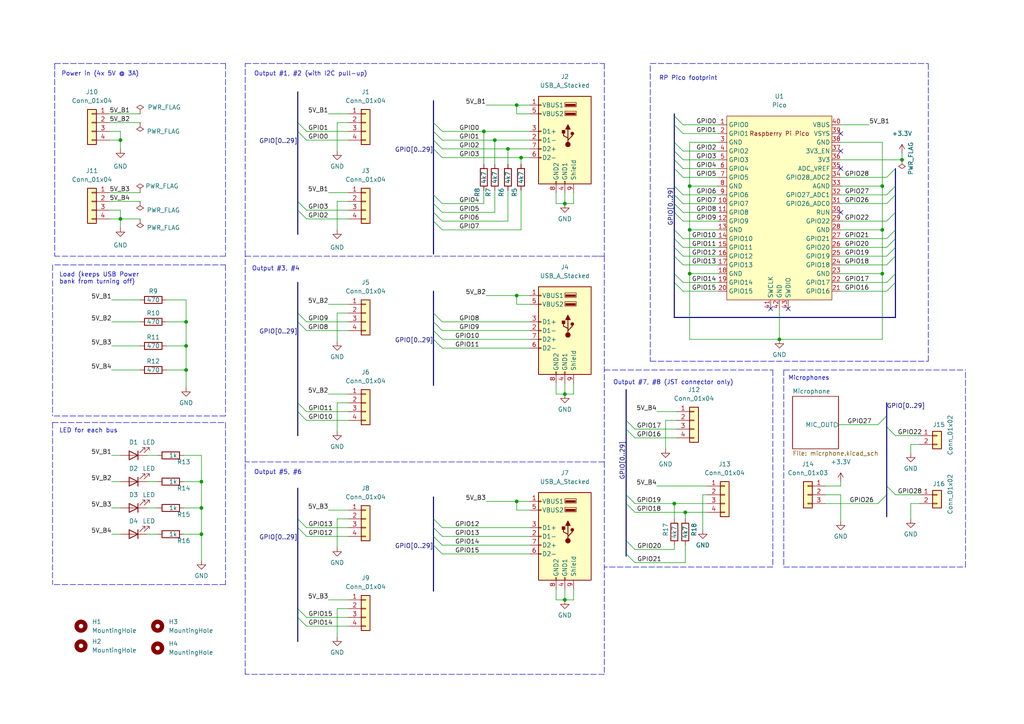
<source format=kicad_sch>
(kicad_sch (version 20211123) (generator eeschema)
  (paper "A4")
  (lib_symbols
    (symbol "Connector:USB_A_Stacked" (pin_names (offset 1.016))
      (property "Reference" "J" (at 0 15.875 0))
      (property "Value" "USB_A_Stacked" (at 0 13.97 0))
      (symbol "USB_A_Stacked_0_1"
        (rectangle (start -7.62 12.7) (end 7.62 -12.7) (stroke (width 0.254)) (fill (type background)))
        (circle (center -2.159 1.905) (radius 0.381) (stroke (width 0.254)) (fill (type outline)))
        (circle (center -0.889 -1.27) (radius 0.635) (stroke (width 0.254)) (fill (type outline)))
        (rectangle (start -0.254 7.366) (end -3.048 7.874) (fill (type outline)))
        (rectangle (start -0.254 9.906) (end -3.048 10.414) (fill (type outline)))
        (rectangle (start -0.127 -12.7) (end 0.127 -11.938))
        (polyline (pts (xy -1.524 3.175) (xy -0.254 3.175) (xy -0.889 4.445) (xy -1.524 3.175)) (stroke (width 0.254)) (fill (type outline)))
        (polyline (pts (xy -0.889 -0.635) (xy -0.889 0) (xy -2.159 1.27) (xy -2.159 1.905)) (stroke (width 0.254)))
        (polyline (pts (xy -0.889 0) (xy -0.889 0.635) (xy 0.381 1.27) (xy 0.381 2.54)) (stroke (width 0.254)))
        (rectangle (start 0 2.794) (end 0.762 2.032) (stroke (width 0.254)) (fill (type outline)))
        (rectangle (start 0 7.112) (end -3.302 8.382))
        (rectangle (start 0 9.652) (end -3.302 10.922))
        (rectangle (start 2.413 -12.7) (end 2.667 -11.938))
        (rectangle (start 7.62 -5.207) (end 6.858 -4.953))
        (rectangle (start 7.62 -2.667) (end 6.858 -2.413))
        (rectangle (start 7.62 -0.127) (end 6.858 0.127))
        (rectangle (start 7.62 2.413) (end 6.858 2.667))
        (rectangle (start 7.62 7.493) (end 6.858 7.747))
        (rectangle (start 7.62 10.033) (end 6.858 10.287))
      )
      (symbol "USB_A_Stacked_1_1"
        (polyline (pts (xy -0.889 0.635) (xy -0.889 3.175)) (stroke (width 0.254)))
        (pin power_in line (at 10.16 10.16 180) (length 2.54) (name "VBUS1") (number "1"))
        (pin bidirectional line (at 10.16 0 180) (length 2.54) (name "D1-") (number "2"))
        (pin bidirectional line (at 10.16 2.54 180) (length 2.54) (name "D1+") (number "3"))
        (pin power_in line (at 0 -15.24 90) (length 2.54) (name "GND1") (number "4"))
        (pin power_in line (at 10.16 7.62 180) (length 2.54) (name "VBUS2") (number "5"))
        (pin bidirectional line (at 10.16 -5.08 180) (length 2.54) (name "D2-") (number "6"))
        (pin bidirectional line (at 10.16 -2.54 180) (length 2.54) (name "D2+") (number "7"))
        (pin power_in line (at 2.54 -15.24 90) (length 2.54) (name "GND2") (number "8"))
        (pin passive line (at -2.54 -15.24 90) (length 2.54) (name "Shield") (number "9"))
      )
    )
    (symbol "Connector_Generic:Conn_01x02" (pin_names (offset 1.016) hide)
      (property "Reference" "J" (at 0 2.54 0))
      (property "Value" "Conn_01x02" (at 0 -5.08 0))
      (symbol "Conn_01x02_1_1"
        (rectangle (start -1.27 -2.413) (end 0 -2.667) (stroke (width 0.1524)))
        (rectangle (start -1.27 0.127) (end 0 -0.127) (stroke (width 0.1524)))
        (rectangle (start -1.27 1.27) (end 1.27 -3.81) (stroke (width 0.254)) (fill (type background)))
        (pin passive line (at -5.08 0 0) (length 3.81) (name "Pin_1") (number "1"))
        (pin passive line (at -5.08 -2.54 0) (length 3.81) (name "Pin_2") (number "2"))
      )
    )
    (symbol "Connector_Generic:Conn_01x03" (pin_names (offset 1.016) hide)
      (property "Reference" "J" (at 0 5.08 0))
      (property "Value" "Conn_01x03" (at 0 -5.08 0))
      (symbol "Conn_01x03_1_1"
        (rectangle (start -1.27 -2.413) (end 0 -2.667) (stroke (width 0.1524)))
        (rectangle (start -1.27 0.127) (end 0 -0.127) (stroke (width 0.1524)))
        (rectangle (start -1.27 2.667) (end 0 2.413) (stroke (width 0.1524)))
        (rectangle (start -1.27 3.81) (end 1.27 -3.81) (stroke (width 0.254)) (fill (type background)))
        (pin passive line (at -5.08 2.54 0) (length 3.81) (name "Pin_1") (number "1"))
        (pin passive line (at -5.08 0 0) (length 3.81) (name "Pin_2") (number "2"))
        (pin passive line (at -5.08 -2.54 0) (length 3.81) (name "Pin_3") (number "3"))
      )
    )
    (symbol "Connector_Generic:Conn_01x04" (pin_names (offset 1.016) hide)
      (property "Reference" "J" (at 0 5.08 0))
      (property "Value" "Conn_01x04" (at 0 -7.62 0))
      (symbol "Conn_01x04_1_1"
        (rectangle (start -1.27 -4.953) (end 0 -5.207) (stroke (width 0.1524)))
        (rectangle (start -1.27 -2.413) (end 0 -2.667) (stroke (width 0.1524)))
        (rectangle (start -1.27 0.127) (end 0 -0.127) (stroke (width 0.1524)))
        (rectangle (start -1.27 2.667) (end 0 2.413) (stroke (width 0.1524)))
        (rectangle (start -1.27 3.81) (end 1.27 -6.35) (stroke (width 0.254)) (fill (type background)))
        (pin passive line (at -5.08 2.54 0) (length 3.81) (name "Pin_1") (number "1"))
        (pin passive line (at -5.08 0 0) (length 3.81) (name "Pin_2") (number "2"))
        (pin passive line (at -5.08 -2.54 0) (length 3.81) (name "Pin_3") (number "3"))
        (pin passive line (at -5.08 -5.08 0) (length 3.81) (name "Pin_4") (number "4"))
      )
    )
    (symbol "Device:LED" (pin_numbers hide) (pin_names (offset 1.016) hide)
      (property "Reference" "D" (at 0 2.54 0))
      (property "Value" "LED" (at 0 -2.54 0))
      (symbol "LED_0_1"
        (polyline (pts (xy -1.27 -1.27) (xy -1.27 1.27)) (stroke (width 0.254)))
        (polyline (pts (xy -1.27 0) (xy 1.27 0)))
        (polyline (pts (xy 1.27 -1.27) (xy 1.27 1.27) (xy -1.27 0) (xy 1.27 -1.27)) (stroke (width 0.254)))
        (polyline (pts (xy -3.048 -0.762) (xy -4.572 -2.286) (xy -3.81 -2.286) (xy -4.572 -2.286) (xy -4.572 -1.524)))
        (polyline (pts (xy -1.778 -0.762) (xy -3.302 -2.286) (xy -2.54 -2.286) (xy -3.302 -2.286) (xy -3.302 -1.524)))
      )
      (symbol "LED_1_1"
        (pin passive line (at -3.81 0 0) (length 2.54) (name "K") (number "1"))
        (pin passive line (at 3.81 0 180) (length 2.54) (name "A") (number "2"))
      )
    )
    (symbol "Device:R" (pin_numbers hide) (pin_names (offset 0))
      (property "Reference" "R" (at 2.032 0 90))
      (property "Value" "R" (at 0 0 90))
      (symbol "R_0_1"
        (rectangle (start -1.016 -2.54) (end 1.016 2.54) (stroke (width 0.254)))
      )
      (symbol "R_1_1"
        (pin passive line (at 0 3.81 270) (length 1.27) (name "~") (number "1"))
        (pin passive line (at 0 -3.81 90) (length 1.27) (name "~") (number "2"))
      )
    )
    (symbol "Mechanical:MountingHole" (pin_names (offset 1.016))
      (property "Reference" "H" (at 0 5.08 0))
      (property "Value" "MountingHole" (at 0 3.175 0))
      (symbol "MountingHole_0_1"
        (circle (center 0 0) (radius 1.27) (stroke (width 1.27)))
      )
    )
    (symbol "Pico_Carrier_PCB:Pico"
      (property "Reference" "U" (at -13.97 27.94 0))
      (property "Value" "Pico" (at 0 19.05 0))
      (symbol "Pico_0_0"
        (text "Raspberry Pi Pico" (at 0 21.59 0) (effects (font (size 1.27 1.27))))
      )
      (symbol "Pico_0_1"
        (rectangle (start -15.24 26.67) (end 15.24 -26.67) (fill (type background)))
      )
      (symbol "Pico_1_1"
        (pin bidirectional line (at -17.78 24.13 0) (length 2.54) (name "GPIO0") (number "1"))
        (pin bidirectional line (at -17.78 1.27 0) (length 2.54) (name "GPIO7") (number "10"))
        (pin bidirectional line (at -17.78 -1.27 0) (length 2.54) (name "GPIO8") (number "11"))
        (pin bidirectional line (at -17.78 -3.81 0) (length 2.54) (name "GPIO9") (number "12"))
        (pin power_in line (at -17.78 -6.35 0) (length 2.54) (name "GND") (number "13"))
        (pin bidirectional line (at -17.78 -8.89 0) (length 2.54) (name "GPIO10") (number "14"))
        (pin bidirectional line (at -17.78 -11.43 0) (length 2.54) (name "GPIO11") (number "15"))
        (pin bidirectional line (at -17.78 -13.97 0) (length 2.54) (name "GPIO12") (number "16"))
        (pin bidirectional line (at -17.78 -16.51 0) (length 2.54) (name "GPIO13") (number "17"))
        (pin power_in line (at -17.78 -19.05 0) (length 2.54) (name "GND") (number "18"))
        (pin bidirectional line (at -17.78 -21.59 0) (length 2.54) (name "GPIO14") (number "19"))
        (pin bidirectional line (at -17.78 21.59 0) (length 2.54) (name "GPIO1") (number "2"))
        (pin bidirectional line (at -17.78 -24.13 0) (length 2.54) (name "GPIO15") (number "20"))
        (pin bidirectional line (at 17.78 -24.13 180) (length 2.54) (name "GPIO16") (number "21"))
        (pin bidirectional line (at 17.78 -21.59 180) (length 2.54) (name "GPIO17") (number "22"))
        (pin power_in line (at 17.78 -19.05 180) (length 2.54) (name "GND") (number "23"))
        (pin bidirectional line (at 17.78 -16.51 180) (length 2.54) (name "GPIO18") (number "24"))
        (pin bidirectional line (at 17.78 -13.97 180) (length 2.54) (name "GPIO19") (number "25"))
        (pin bidirectional line (at 17.78 -11.43 180) (length 2.54) (name "GPIO20") (number "26"))
        (pin bidirectional line (at 17.78 -8.89 180) (length 2.54) (name "GPIO21") (number "27"))
        (pin power_in line (at 17.78 -6.35 180) (length 2.54) (name "GND") (number "28"))
        (pin bidirectional line (at 17.78 -3.81 180) (length 2.54) (name "GPIO22") (number "29"))
        (pin power_in line (at -17.78 19.05 0) (length 2.54) (name "GND") (number "3"))
        (pin input line (at 17.78 -1.27 180) (length 2.54) (name "RUN") (number "30"))
        (pin bidirectional line (at 17.78 1.27 180) (length 2.54) (name "GPIO26_ADC0") (number "31"))
        (pin bidirectional line (at 17.78 3.81 180) (length 2.54) (name "GPIO27_ADC1") (number "32"))
        (pin power_in line (at 17.78 6.35 180) (length 2.54) (name "AGND") (number "33"))
        (pin bidirectional line (at 17.78 8.89 180) (length 2.54) (name "GPIO28_ADC2") (number "34"))
        (pin power_in line (at 17.78 11.43 180) (length 2.54) (name "ADC_VREF") (number "35"))
        (pin power_in line (at 17.78 13.97 180) (length 2.54) (name "3V3") (number "36"))
        (pin input line (at 17.78 16.51 180) (length 2.54) (name "3V3_EN") (number "37"))
        (pin bidirectional line (at 17.78 19.05 180) (length 2.54) (name "GND") (number "38"))
        (pin power_in line (at 17.78 21.59 180) (length 2.54) (name "VSYS") (number "39"))
        (pin bidirectional line (at -17.78 16.51 0) (length 2.54) (name "GPIO2") (number "4"))
        (pin power_in line (at 17.78 24.13 180) (length 2.54) (name "VBUS") (number "40"))
        (pin input line (at -2.54 -29.21 90) (length 2.54) (name "SWCLK") (number "41"))
        (pin power_in line (at 0 -29.21 90) (length 2.54) (name "GND") (number "42"))
        (pin bidirectional line (at 2.54 -29.21 90) (length 2.54) (name "SWDIO") (number "43"))
        (pin bidirectional line (at -17.78 13.97 0) (length 2.54) (name "GPIO3") (number "5"))
        (pin bidirectional line (at -17.78 11.43 0) (length 2.54) (name "GPIO4") (number "6"))
        (pin bidirectional line (at -17.78 8.89 0) (length 2.54) (name "GPIO5") (number "7"))
        (pin power_in line (at -17.78 6.35 0) (length 2.54) (name "GND") (number "8"))
        (pin bidirectional line (at -17.78 3.81 0) (length 2.54) (name "GPIO6") (number "9"))
      )
    )
    (symbol "power:+3.3V" (power) (pin_names (offset 0))
      (property "Value" "+3.3V" (at 0 3.556 0))
      (symbol "+3.3V_0_1"
        (polyline (pts (xy -0.762 1.27) (xy 0 2.54)))
        (polyline (pts (xy 0 0) (xy 0 2.54)))
        (polyline (pts (xy 0 2.54) (xy 0.762 1.27)))
      )
      (symbol "+3.3V_1_1"
        (pin power_in line (at 0 0 90) (length 0) hide (name "+3.3V") (number "1"))
      )
    )
    (symbol "power:GND" (power) (pin_names (offset 0))
      (property "Value" "GND" (at 0 -3.81 0))
      (symbol "GND_0_1"
        (polyline (pts (xy 0 0) (xy 0 -1.27) (xy 1.27 -1.27) (xy 0 -2.54) (xy -1.27 -1.27) (xy 0 -1.27)))
      )
      (symbol "GND_1_1"
        (pin power_in line (at 0 0 270) (length 0) hide (name "GND") (number "1"))
      )
    )
    (symbol "power:PWR_FLAG" (power) (pin_numbers hide) (pin_names (offset 0) hide)
      (property "Value" "PWR_FLAG" (at 0 3.81 0))
      (symbol "PWR_FLAG_0_0"
        (pin power_out line (at 0 0 90) (length 0) (name "pwr") (number "1"))
      )
      (symbol "PWR_FLAG_0_1"
        (polyline (pts (xy 0 0) (xy 0 1.27) (xy -1.016 1.905) (xy 0 2.54) (xy 1.016 1.905) (xy 0 1.27)))
      )
    )
  )
  (junction (at 226.06 98.425))
  (junction (at 34.925 63.5))
  (junction (at 34.925 40.64))
  (junction (at 58.42 147.32))
  (junction (at 58.42 139.7))
  (junction (at 147.32 43.18))
  (junction (at 53.975 100.33))
  (junction (at 163.83 59.055))
  (junction (at 261.62 46.355))
  (junction (at 149.86 145.415))
  (junction (at 140.335 38.1))
  (junction (at 151.13 45.72))
  (junction (at 195.58 146.05))
  (junction (at 163.83 173.99))
  (junction (at 255.905 53.975))
  (junction (at 149.86 30.48))
  (junction (at 58.42 154.94))
  (junction (at 255.905 79.375))
  (junction (at 200.025 79.375))
  (junction (at 149.86 85.725))
  (junction (at 53.975 93.345))
  (junction (at 198.755 148.59))
  (junction (at 163.83 114.3))
  (junction (at 200.025 66.675))
  (junction (at 53.975 107.315))
  (junction (at 255.905 66.675))
  (junction (at 143.51 40.64))
  (junction (at 200.025 53.975))
  (no_connect (at 243.84 43.815))
  (no_connect (at 243.84 38.735))
  (no_connect (at 228.6 89.535))
  (no_connect (at 243.84 61.595))
  (no_connect (at 223.52 89.535))
  (no_connect (at 243.84 48.895))
  (bus_entry (at 125.73 56.515) (size 2.54 2.54))
  (bus_entry (at 125.73 35.56) (size 2.54 2.54))
  (bus_entry (at 125.73 38.1) (size 2.54 2.54))
  (bus_entry (at 181.61 160.655) (size 2.54 2.54))
  (bus_entry (at 259.715 48.895) (size -2.54 2.54))
  (bus_entry (at 259.715 53.975) (size -2.54 2.54))
  (bus_entry (at 257.175 143.51) (size -2.54 2.54))
  (bus_entry (at 181.61 156.845) (size 2.54 2.54))
  (bus_entry (at 125.73 158.115) (size 2.54 2.54))
  (bus_entry (at 195.58 71.755) (size 2.54 2.54))
  (bus_entry (at 88.9 60.96) (size -2.54 -2.54))
  (bus_entry (at 259.715 66.675) (size -2.54 2.54))
  (bus_entry (at 195.58 41.275) (size 2.54 2.54))
  (bus_entry (at 195.58 61.595) (size 2.54 2.54))
  (bus_entry (at 88.9 121.92) (size -2.54 -2.54))
  (bus_entry (at 125.73 95.885) (size 2.54 2.54))
  (bus_entry (at 125.73 150.495) (size 2.54 2.54))
  (bus_entry (at 184.15 124.46) (size -2.54 -2.54))
  (bus_entry (at 195.58 46.355) (size 2.54 2.54))
  (bus_entry (at 195.58 56.515) (size 2.54 2.54))
  (bus_entry (at 125.73 40.64) (size 2.54 2.54))
  (bus_entry (at 125.73 64.135) (size 2.54 2.54))
  (bus_entry (at 88.9 181.61) (size -2.54 -2.54))
  (bus_entry (at 88.9 179.07) (size -2.54 -2.54))
  (bus_entry (at 125.73 153.035) (size 2.54 2.54))
  (bus_entry (at 195.58 48.895) (size 2.54 2.54))
  (bus_entry (at 257.175 120.65) (size -2.54 2.54))
  (bus_entry (at 125.73 59.055) (size 2.54 2.54))
  (bus_entry (at 195.58 79.375) (size 2.54 2.54))
  (bus_entry (at 259.715 71.755) (size -2.54 2.54))
  (bus_entry (at 259.715 69.215) (size -2.54 2.54))
  (bus_entry (at 184.15 146.05) (size -2.54 -2.54))
  (bus_entry (at 259.715 61.595) (size -2.54 2.54))
  (bus_entry (at 88.9 40.64) (size -2.54 -2.54))
  (bus_entry (at 259.715 56.515) (size -2.54 2.54))
  (bus_entry (at 88.9 153.035) (size -2.54 -2.54))
  (bus_entry (at 125.73 155.575) (size 2.54 2.54))
  (bus_entry (at 125.73 90.805) (size 2.54 2.54))
  (bus_entry (at 184.15 148.59) (size -2.54 -2.54))
  (bus_entry (at 88.9 155.575) (size -2.54 -2.54))
  (bus_entry (at 88.9 63.5) (size -2.54 -2.54))
  (bus_entry (at 184.15 127) (size -2.54 -2.54))
  (bus_entry (at 195.58 66.675) (size 2.54 2.54))
  (bus_entry (at 88.9 95.885) (size -2.54 -2.54))
  (bus_entry (at 195.58 43.815) (size 2.54 2.54))
  (bus_entry (at 88.9 119.38) (size -2.54 -2.54))
  (bus_entry (at 125.73 61.595) (size 2.54 2.54))
  (bus_entry (at 259.715 81.915) (size -2.54 2.54))
  (bus_entry (at 195.58 33.655) (size 2.54 2.54))
  (bus_entry (at 88.9 93.345) (size -2.54 -2.54))
  (bus_entry (at 195.58 53.975) (size 2.54 2.54))
  (bus_entry (at 88.9 38.1) (size -2.54 -2.54))
  (bus_entry (at 259.715 74.295) (size -2.54 2.54))
  (bus_entry (at 125.73 43.18) (size 2.54 2.54))
  (bus_entry (at 125.73 98.425) (size 2.54 2.54))
  (bus_entry (at 259.715 79.375) (size -2.54 2.54))
  (bus_entry (at 257.175 123.825) (size 2.54 2.54))
  (bus_entry (at 195.58 59.055) (size 2.54 2.54))
  (bus_entry (at 195.58 81.915) (size 2.54 2.54))
  (bus_entry (at 195.58 74.295) (size 2.54 2.54))
  (bus_entry (at 195.58 36.195) (size 2.54 2.54))
  (bus_entry (at 195.58 69.215) (size 2.54 2.54))
  (bus_entry (at 257.175 140.97) (size 2.54 2.54))
  (bus_entry (at 125.73 93.345) (size 2.54 2.54))
  (wire (pts (xy 243.84 64.135) (xy 257.175 64.135)))
  (wire (pts (xy 184.15 146.05) (xy 195.58 146.05)))
  (wire (pts (xy 31.75 55.88) (xy 40.64 55.88)))
  (wire (pts (xy 161.29 173.99) (xy 161.29 170.815)))
  (wire (pts (xy 97.79 35.56) (xy 97.79 43.815)))
  (wire (pts (xy 100.965 181.61) (xy 88.9 181.61)))
  (wire (pts (xy 261.62 46.355) (xy 261.62 44.45)))
  (wire (pts (xy 198.755 158.115) (xy 198.755 163.195)))
  (polyline (pts (xy 173.355 74.295) (xy 71.12 74.295)))
  (wire (pts (xy 153.67 155.575) (xy 128.27 155.575)))
  (wire (pts (xy 166.37 55.88) (xy 166.37 59.055)))
  (wire (pts (xy 32.385 100.33) (xy 40.64 100.33)))
  (wire (pts (xy 100.965 40.64) (xy 88.9 40.64)))
  (wire (pts (xy 42.545 154.94) (xy 45.72 154.94)))
  (wire (pts (xy 200.025 53.975) (xy 208.28 53.975)))
  (wire (pts (xy 198.755 148.59) (xy 205.105 148.59)))
  (wire (pts (xy 100.965 116.84) (xy 97.79 116.84)))
  (wire (pts (xy 97.79 90.805) (xy 97.79 99.06)))
  (wire (pts (xy 200.025 53.975) (xy 200.025 66.675)))
  (bus (pts (xy 181.61 121.92) (xy 181.61 124.46)))
  (wire (pts (xy 34.925 60.96) (xy 34.925 63.5)))
  (wire (pts (xy 147.32 43.18) (xy 147.32 47.625)))
  (polyline (pts (xy 71.12 74.295) (xy 71.12 18.415)))
  (bus (pts (xy 125.73 64.135) (xy 125.73 73.66)))
  (bus (pts (xy 86.36 26.67) (xy 86.36 35.56)))
  (wire (pts (xy 100.965 55.88) (xy 95.25 55.88)))
  (wire (pts (xy 166.37 173.99) (xy 163.83 173.99)))
  (bus (pts (xy 259.715 48.895) (xy 259.715 53.975)))
  (bus (pts (xy 86.36 116.84) (xy 86.36 119.38)))
  (bus (pts (xy 125.73 150.495) (xy 125.73 153.035)))
  (bus (pts (xy 181.61 146.05) (xy 181.61 156.845)))
  (bus (pts (xy 86.36 90.805) (xy 86.36 93.345)))
  (wire (pts (xy 153.67 100.965) (xy 128.27 100.965)))
  (polyline (pts (xy 175.26 74.295) (xy 175.26 133.985)))
  (bus (pts (xy 257.175 140.97) (xy 257.175 143.51)))
  (polyline (pts (xy 71.12 133.985) (xy 71.12 74.295)))
  (wire (pts (xy 239.395 143.51) (xy 243.84 143.51)))
  (wire (pts (xy 149.86 147.955) (xy 149.86 145.415)))
  (wire (pts (xy 100.965 93.345) (xy 88.9 93.345)))
  (bus (pts (xy 259.715 53.975) (xy 259.715 56.515)))
  (wire (pts (xy 243.84 84.455) (xy 257.175 84.455)))
  (wire (pts (xy 153.67 45.72) (xy 151.13 45.72)))
  (wire (pts (xy 195.58 146.05) (xy 195.58 150.495)))
  (polyline (pts (xy 224.155 107.315) (xy 224.155 164.465)))
  (wire (pts (xy 163.83 114.3) (xy 163.83 111.125)))
  (wire (pts (xy 48.26 93.345) (xy 53.975 93.345)))
  (bus (pts (xy 195.58 59.055) (xy 195.58 61.595)))
  (wire (pts (xy 161.29 114.3) (xy 161.29 111.125)))
  (wire (pts (xy 198.12 56.515) (xy 208.28 56.515)))
  (polyline (pts (xy 175.26 18.415) (xy 175.26 74.295)))
  (bus (pts (xy 195.58 48.895) (xy 195.58 53.975)))
  (wire (pts (xy 243.84 143.51) (xy 243.84 151.13)))
  (wire (pts (xy 163.83 59.055) (xy 163.83 55.88)))
  (polyline (pts (xy 175.26 107.315) (xy 224.155 107.315)))
  (wire (pts (xy 151.13 45.72) (xy 151.13 47.625)))
  (wire (pts (xy 198.12 36.195) (xy 208.28 36.195)))
  (wire (pts (xy 31.75 58.42) (xy 40.64 58.42)))
  (wire (pts (xy 200.025 79.375) (xy 208.28 79.375)))
  (wire (pts (xy 226.06 98.425) (xy 255.905 98.425)))
  (wire (pts (xy 198.12 51.435) (xy 208.28 51.435)))
  (bus (pts (xy 86.36 38.1) (xy 86.36 58.42)))
  (wire (pts (xy 264.16 146.05) (xy 264.16 150.495)))
  (wire (pts (xy 100.965 38.1) (xy 88.9 38.1)))
  (bus (pts (xy 86.36 35.56) (xy 86.36 38.1)))
  (wire (pts (xy 198.12 48.895) (xy 208.28 48.895)))
  (bus (pts (xy 195.58 66.675) (xy 195.58 69.215)))
  (wire (pts (xy 190.5 140.97) (xy 205.105 140.97)))
  (bus (pts (xy 125.73 98.425) (xy 125.73 111.76)))
  (wire (pts (xy 198.12 64.135) (xy 208.28 64.135)))
  (bus (pts (xy 259.715 71.755) (xy 259.715 74.295)))
  (wire (pts (xy 32.385 86.995) (xy 40.64 86.995)))
  (wire (pts (xy 243.84 46.355) (xy 261.62 46.355)))
  (wire (pts (xy 48.26 100.33) (xy 53.975 100.33)))
  (polyline (pts (xy 71.12 195.58) (xy 71.12 133.985)))
  (wire (pts (xy 100.965 150.495) (xy 97.79 150.495)))
  (wire (pts (xy 153.67 43.18) (xy 147.32 43.18)))
  (wire (pts (xy 32.385 147.32) (xy 34.925 147.32)))
  (bus (pts (xy 195.58 33.655) (xy 195.58 36.195)))
  (wire (pts (xy 97.79 116.84) (xy 97.79 125.095)))
  (polyline (pts (xy 65.405 120.65) (xy 15.24 120.65)))
  (wire (pts (xy 208.28 41.275) (xy 200.025 41.275)))
  (wire (pts (xy 100.965 88.265) (xy 95.25 88.265)))
  (wire (pts (xy 196.215 121.92) (xy 193.04 121.92)))
  (wire (pts (xy 32.385 132.08) (xy 34.925 132.08)))
  (wire (pts (xy 200.025 79.375) (xy 200.025 98.425)))
  (wire (pts (xy 243.84 81.915) (xy 257.175 81.915)))
  (wire (pts (xy 42.545 147.32) (xy 45.72 147.32)))
  (wire (pts (xy 100.965 35.56) (xy 97.79 35.56)))
  (wire (pts (xy 143.51 61.595) (xy 143.51 55.245)))
  (polyline (pts (xy 269.24 104.775) (xy 269.24 18.415)))
  (wire (pts (xy 31.75 40.64) (xy 34.925 40.64)))
  (wire (pts (xy 153.67 40.64) (xy 143.51 40.64)))
  (wire (pts (xy 100.965 179.07) (xy 88.9 179.07)))
  (wire (pts (xy 53.34 132.08) (xy 58.42 132.08)))
  (polyline (pts (xy 175.26 195.58) (xy 71.12 195.58)))
  (wire (pts (xy 243.84 66.675) (xy 255.905 66.675)))
  (polyline (pts (xy 65.405 122.555) (xy 65.405 169.545)))
  (wire (pts (xy 53.34 154.94) (xy 58.42 154.94)))
  (polyline (pts (xy 15.24 76.835) (xy 15.24 120.65)))
  (bus (pts (xy 195.58 41.275) (xy 195.58 43.815)))
  (wire (pts (xy 34.925 38.1) (xy 34.925 40.64)))
  (wire (pts (xy 53.975 93.345) (xy 53.975 100.33)))
  (bus (pts (xy 259.715 81.915) (xy 259.715 92.075)))
  (wire (pts (xy 161.29 59.055) (xy 161.29 55.88)))
  (wire (pts (xy 163.83 173.99) (xy 161.29 173.99)))
  (wire (pts (xy 151.13 66.675) (xy 128.27 66.675)))
  (bus (pts (xy 257.175 116.84) (xy 257.175 120.65)))
  (wire (pts (xy 32.385 154.94) (xy 34.925 154.94)))
  (wire (pts (xy 31.75 38.1) (xy 34.925 38.1)))
  (bus (pts (xy 195.58 46.355) (xy 195.58 48.895)))
  (polyline (pts (xy 188.595 18.415) (xy 269.24 18.415)))
  (wire (pts (xy 100.965 173.99) (xy 95.25 173.99)))
  (bus (pts (xy 195.58 56.515) (xy 195.58 59.055)))
  (wire (pts (xy 243.84 76.835) (xy 257.175 76.835)))
  (wire (pts (xy 198.12 43.815) (xy 208.28 43.815)))
  (wire (pts (xy 243.84 140.97) (xy 243.84 139.7)))
  (wire (pts (xy 243.84 71.755) (xy 257.175 71.755)))
  (wire (pts (xy 184.15 159.385) (xy 195.58 159.385)))
  (wire (pts (xy 153.67 95.885) (xy 128.27 95.885)))
  (bus (pts (xy 259.715 69.215) (xy 259.715 71.755)))
  (bus (pts (xy 195.58 71.755) (xy 195.58 74.295)))
  (bus (pts (xy 125.73 93.345) (xy 125.73 95.885)))
  (wire (pts (xy 203.835 143.51) (xy 203.835 153.67)))
  (polyline (pts (xy 175.26 133.985) (xy 175.26 195.58)))
  (wire (pts (xy 58.42 132.08) (xy 58.42 139.7)))
  (wire (pts (xy 34.925 40.64) (xy 34.925 43.18)))
  (wire (pts (xy 153.67 38.1) (xy 140.335 38.1)))
  (wire (pts (xy 153.67 160.655) (xy 128.27 160.655)))
  (polyline (pts (xy 175.26 133.985) (xy 71.12 133.985)))
  (wire (pts (xy 243.84 53.975) (xy 255.905 53.975)))
  (bus (pts (xy 86.36 153.035) (xy 86.36 176.53)))
  (wire (pts (xy 166.37 59.055) (xy 163.83 59.055)))
  (polyline (pts (xy 71.12 18.415) (xy 175.26 18.415)))
  (wire (pts (xy 149.86 30.48) (xy 153.67 30.48)))
  (bus (pts (xy 195.58 81.915) (xy 195.58 92.075)))
  (bus (pts (xy 181.61 113.03) (xy 181.61 121.92)))
  (bus (pts (xy 257.175 120.65) (xy 257.175 123.825)))
  (bus (pts (xy 125.73 153.035) (xy 125.73 155.575)))
  (wire (pts (xy 198.12 84.455) (xy 208.28 84.455)))
  (wire (pts (xy 166.37 114.3) (xy 163.83 114.3)))
  (wire (pts (xy 243.84 59.055) (xy 257.175 59.055)))
  (wire (pts (xy 153.67 88.265) (xy 149.86 88.265)))
  (wire (pts (xy 140.335 59.055) (xy 128.27 59.055)))
  (polyline (pts (xy 15.875 18.415) (xy 65.405 18.415)))
  (wire (pts (xy 243.84 41.275) (xy 255.905 41.275)))
  (wire (pts (xy 149.86 145.415) (xy 153.67 145.415)))
  (bus (pts (xy 86.36 176.53) (xy 86.36 179.07)))
  (wire (pts (xy 255.905 79.375) (xy 255.905 98.425)))
  (wire (pts (xy 100.965 63.5) (xy 88.9 63.5)))
  (wire (pts (xy 198.12 81.915) (xy 208.28 81.915)))
  (wire (pts (xy 198.12 76.835) (xy 208.28 76.835)))
  (polyline (pts (xy 65.405 169.545) (xy 15.24 169.545)))
  (wire (pts (xy 97.79 150.495) (xy 97.79 158.75)))
  (wire (pts (xy 239.395 146.05) (xy 254.635 146.05)))
  (wire (pts (xy 198.12 61.595) (xy 208.28 61.595)))
  (wire (pts (xy 100.965 60.96) (xy 88.9 60.96)))
  (polyline (pts (xy 15.24 122.555) (xy 15.24 169.545)))
  (wire (pts (xy 195.58 159.385) (xy 195.58 158.115)))
  (wire (pts (xy 140.335 38.1) (xy 128.27 38.1)))
  (polyline (pts (xy 188.595 104.775) (xy 269.24 104.775)))
  (bus (pts (xy 259.715 61.595) (xy 259.715 66.675)))
  (bus (pts (xy 195.58 33.02) (xy 195.58 33.655)))
  (bus (pts (xy 181.61 124.46) (xy 181.61 143.51)))
  (wire (pts (xy 166.37 111.125) (xy 166.37 114.3)))
  (wire (pts (xy 163.83 173.99) (xy 163.83 170.815)))
  (wire (pts (xy 200.025 98.425) (xy 226.06 98.425)))
  (wire (pts (xy 149.86 88.265) (xy 149.86 85.725)))
  (polyline (pts (xy 65.405 74.295) (xy 15.875 74.295)))
  (polyline (pts (xy 15.875 76.835) (xy 65.405 76.835)))
  (wire (pts (xy 198.755 148.59) (xy 198.755 150.495)))
  (wire (pts (xy 147.32 43.18) (xy 128.27 43.18)))
  (wire (pts (xy 243.84 36.195) (xy 252.095 36.195)))
  (bus (pts (xy 259.715 66.675) (xy 259.715 69.215)))
  (wire (pts (xy 31.75 35.56) (xy 40.64 35.56)))
  (wire (pts (xy 243.205 123.19) (xy 254.635 123.19)))
  (bus (pts (xy 181.61 156.845) (xy 181.61 160.655)))
  (bus (pts (xy 86.36 150.495) (xy 86.36 153.035)))
  (polyline (pts (xy 227.33 107.315) (xy 280.035 107.315)))
  (wire (pts (xy 32.385 93.345) (xy 40.64 93.345)))
  (wire (pts (xy 42.545 132.08) (xy 45.72 132.08)))
  (wire (pts (xy 243.84 51.435) (xy 257.175 51.435)))
  (wire (pts (xy 100.965 121.92) (xy 88.9 121.92)))
  (wire (pts (xy 48.26 107.315) (xy 53.975 107.315)))
  (bus (pts (xy 181.61 160.655) (xy 181.61 161.29)))
  (wire (pts (xy 193.04 121.92) (xy 193.04 130.175)))
  (wire (pts (xy 97.79 176.53) (xy 97.79 184.785)))
  (polyline (pts (xy 224.155 164.465) (xy 175.26 164.465)))
  (wire (pts (xy 100.965 176.53) (xy 97.79 176.53)))
  (wire (pts (xy 200.025 66.675) (xy 200.025 79.375)))
  (bus (pts (xy 195.58 69.215) (xy 195.58 71.755)))
  (wire (pts (xy 166.37 170.815) (xy 166.37 173.99)))
  (wire (pts (xy 196.215 127) (xy 184.15 127)))
  (bus (pts (xy 125.73 40.64) (xy 125.73 43.18)))
  (wire (pts (xy 163.83 114.3) (xy 161.29 114.3)))
  (wire (pts (xy 58.42 139.7) (xy 58.42 147.32)))
  (wire (pts (xy 255.905 41.275) (xy 255.905 53.975)))
  (wire (pts (xy 53.975 107.315) (xy 53.975 112.395)))
  (wire (pts (xy 100.965 58.42) (xy 97.79 58.42)))
  (wire (pts (xy 243.84 79.375) (xy 255.905 79.375)))
  (bus (pts (xy 125.73 155.575) (xy 125.73 158.115)))
  (bus (pts (xy 125.73 35.56) (xy 125.73 38.1)))
  (bus (pts (xy 125.73 84.455) (xy 125.73 90.805)))
  (wire (pts (xy 259.715 143.51) (xy 266.7 143.51)))
  (polyline (pts (xy 280.035 164.465) (xy 280.035 107.315)))
  (wire (pts (xy 100.965 33.02) (xy 95.25 33.02)))
  (bus (pts (xy 125.73 38.1) (xy 125.73 40.64)))
  (bus (pts (xy 86.36 58.42) (xy 86.36 60.96)))
  (wire (pts (xy 53.975 100.33) (xy 53.975 107.315)))
  (wire (pts (xy 147.32 64.135) (xy 128.27 64.135)))
  (bus (pts (xy 86.36 93.345) (xy 86.36 116.84)))
  (wire (pts (xy 48.26 86.995) (xy 53.975 86.995)))
  (bus (pts (xy 86.36 81.915) (xy 86.36 90.805)))
  (bus (pts (xy 125.73 61.595) (xy 125.73 64.135)))
  (wire (pts (xy 196.215 124.46) (xy 184.15 124.46)))
  (wire (pts (xy 151.13 66.675) (xy 151.13 55.245)))
  (bus (pts (xy 259.715 56.515) (xy 259.715 61.595)))
  (wire (pts (xy 31.75 63.5) (xy 34.925 63.5)))
  (wire (pts (xy 143.51 40.64) (xy 128.27 40.64)))
  (wire (pts (xy 153.67 33.02) (xy 149.86 33.02)))
  (polyline (pts (xy 15.24 122.555) (xy 65.405 122.555)))
  (wire (pts (xy 239.395 140.97) (xy 243.84 140.97)))
  (bus (pts (xy 86.36 119.38) (xy 86.36 126.365)))
  (polyline (pts (xy 65.405 76.835) (xy 65.405 120.65)))
  (bus (pts (xy 86.36 141.605) (xy 86.36 150.495)))
  (wire (pts (xy 153.67 98.425) (xy 128.27 98.425)))
  (wire (pts (xy 153.67 93.345) (xy 128.27 93.345)))
  (wire (pts (xy 153.67 153.035) (xy 128.27 153.035)))
  (wire (pts (xy 243.84 69.215) (xy 257.175 69.215)))
  (wire (pts (xy 100.965 147.955) (xy 95.25 147.955)))
  (bus (pts (xy 125.73 29.21) (xy 125.73 35.56)))
  (wire (pts (xy 163.83 59.055) (xy 161.29 59.055)))
  (wire (pts (xy 140.335 38.1) (xy 140.335 47.625)))
  (polyline (pts (xy 65.405 18.415) (xy 65.405 74.295)))
  (bus (pts (xy 259.715 79.375) (xy 259.715 81.915)))
  (wire (pts (xy 255.905 53.975) (xy 255.905 66.675)))
  (wire (pts (xy 149.86 33.02) (xy 149.86 30.48)))
  (wire (pts (xy 184.15 163.195) (xy 198.755 163.195)))
  (bus (pts (xy 257.175 123.825) (xy 257.175 140.97)))
  (wire (pts (xy 195.58 146.05) (xy 205.105 146.05)))
  (wire (pts (xy 31.75 60.96) (xy 34.925 60.96)))
  (bus (pts (xy 125.73 95.885) (xy 125.73 98.425)))
  (wire (pts (xy 259.715 126.365) (xy 266.7 126.365)))
  (bus (pts (xy 125.73 56.515) (xy 125.73 59.055)))
  (bus (pts (xy 195.58 79.375) (xy 195.58 81.915)))
  (wire (pts (xy 53.34 147.32) (xy 58.42 147.32)))
  (wire (pts (xy 140.335 55.245) (xy 140.335 59.055)))
  (bus (pts (xy 86.36 60.96) (xy 86.36 67.945)))
  (bus (pts (xy 195.58 61.595) (xy 195.58 66.675)))
  (wire (pts (xy 147.32 64.135) (xy 147.32 55.245)))
  (wire (pts (xy 100.965 155.575) (xy 88.9 155.575)))
  (bus (pts (xy 195.58 43.815) (xy 195.58 46.355)))
  (wire (pts (xy 149.86 145.415) (xy 140.97 145.415)))
  (bus (pts (xy 125.73 90.805) (xy 125.73 93.345)))
  (wire (pts (xy 198.12 59.055) (xy 208.28 59.055)))
  (wire (pts (xy 100.965 153.035) (xy 88.9 153.035)))
  (wire (pts (xy 226.06 89.535) (xy 226.06 98.425)))
  (wire (pts (xy 149.86 85.725) (xy 153.67 85.725)))
  (wire (pts (xy 100.965 114.3) (xy 95.25 114.3)))
  (wire (pts (xy 243.84 56.515) (xy 257.175 56.515)))
  (wire (pts (xy 203.835 143.51) (xy 205.105 143.51)))
  (wire (pts (xy 266.7 128.905) (xy 264.16 128.905)))
  (bus (pts (xy 86.36 179.07) (xy 86.36 186.055)))
  (wire (pts (xy 196.215 119.38) (xy 190.5 119.38)))
  (bus (pts (xy 181.61 143.51) (xy 181.61 146.05)))
  (wire (pts (xy 143.51 61.595) (xy 128.27 61.595)))
  (bus (pts (xy 195.58 53.975) (xy 195.58 56.515)))
  (wire (pts (xy 198.12 69.215) (xy 208.28 69.215)))
  (wire (pts (xy 34.925 63.5) (xy 34.925 66.04)))
  (wire (pts (xy 58.42 154.94) (xy 58.42 162.56)))
  (wire (pts (xy 198.12 46.355) (xy 208.28 46.355)))
  (bus (pts (xy 195.58 92.075) (xy 259.715 92.075)))
  (bus (pts (xy 125.73 144.145) (xy 125.73 150.495)))
  (wire (pts (xy 42.545 139.7) (xy 45.72 139.7)))
  (wire (pts (xy 198.12 71.755) (xy 208.28 71.755)))
  (wire (pts (xy 153.67 147.955) (xy 149.86 147.955)))
  (wire (pts (xy 198.12 74.295) (xy 208.28 74.295)))
  (wire (pts (xy 32.385 139.7) (xy 34.925 139.7)))
  (wire (pts (xy 149.86 85.725) (xy 140.97 85.725)))
  (wire (pts (xy 266.7 146.05) (xy 264.16 146.05)))
  (wire (pts (xy 53.975 86.995) (xy 53.975 93.345)))
  (wire (pts (xy 149.86 30.48) (xy 140.97 30.48)))
  (bus (pts (xy 195.58 36.195) (xy 195.58 41.275)))
  (wire (pts (xy 243.84 74.295) (xy 257.175 74.295)))
  (wire (pts (xy 53.34 139.7) (xy 58.42 139.7)))
  (polyline (pts (xy 15.875 18.415) (xy 15.875 74.295)))
  (wire (pts (xy 143.51 40.64) (xy 143.51 47.625)))
  (wire (pts (xy 200.025 41.275) (xy 200.025 53.975)))
  (wire (pts (xy 31.75 33.02) (xy 40.64 33.02)))
  (polyline (pts (xy 175.26 74.295) (xy 173.355 74.295)))
  (wire (pts (xy 100.965 95.885) (xy 88.9 95.885)))
  (wire (pts (xy 97.79 58.42) (xy 97.79 66.675)))
  (wire (pts (xy 100.965 119.38) (xy 88.9 119.38)))
  (bus (pts (xy 125.73 43.18) (xy 125.73 56.515)))
  (bus (pts (xy 195.58 74.295) (xy 195.58 79.375)))
  (wire (pts (xy 151.13 45.72) (xy 128.27 45.72)))
  (wire (pts (xy 264.16 128.905) (xy 264.16 131.445)))
  (polyline (pts (xy 188.595 19.05) (xy 188.595 104.775)))
  (wire (pts (xy 200.025 66.675) (xy 208.28 66.675)))
  (bus (pts (xy 125.73 158.115) (xy 125.73 171.45)))
  (bus (pts (xy 125.73 59.055) (xy 125.73 61.595)))
  (wire (pts (xy 32.385 107.315) (xy 40.64 107.315)))
  (bus (pts (xy 259.715 74.295) (xy 259.715 79.375)))
  (wire (pts (xy 153.67 158.115) (xy 128.27 158.115)))
  (wire (pts (xy 255.905 66.675) (xy 255.905 79.375)))
  (bus (pts (xy 257.175 143.51) (xy 257.175 149.86)))
  (wire (pts (xy 58.42 147.32) (xy 58.42 154.94)))
  (wire (pts (xy 184.15 148.59) (xy 198.755 148.59)))
  (wire (pts (xy 100.965 90.805) (xy 97.79 90.805)))
  (wire (pts (xy 198.12 38.735) (xy 208.28 38.735)))
  (polyline (pts (xy 227.33 164.465) (xy 280.035 164.465)))
  (polyline (pts (xy 227.33 107.315) (xy 227.33 164.465)))
  (wire (pts (xy 34.925 63.5) (xy 40.64 63.5)))
  (text "Output #5, #6" (at 73.66 137.795 0) (effects (font (size 1.27 1.27)) (justify left bottom)))
  (text "Load (keeps USB Power\nbank from turning off)" (at 17.145 82.55 0) (effects (font (size 1.27 1.27)) (justify left bottom)))
  (text "RP Pico footprint\n" (at 191.135 23.495 0) (effects (font (size 1.27 1.27)) (justify left bottom)))
  (text "Microphones" (at 228.6 110.49 0) (effects (font (size 1.27 1.27)) (justify left bottom)))
  (text "LED for each bus\n" (at 17.145 125.73 0) (effects (font (size 1.27 1.27)) (justify left bottom)))
  (text "Output #3, #4" (at 73.025 78.74 0) (effects (font (size 1.27 1.27)) (justify left bottom)))
  (text "Output #1, #2 (with I2C pull-up)\n" (at 73.66 22.225 0) (effects (font (size 1.27 1.27)) (justify left bottom)))
  (text "Output #7, #8 (JST connector only)\n" (at 177.8 111.76 0) (effects (font (size 1.27 1.27)) (justify left bottom)))
  (text "Power in (4x 5V @ 3A)\n" (at 17.78 22.225 0) (effects (font (size 1.27 1.27)) (justify left bottom)))
  (label "GPIO[0..29]" (at 86.36 41.91 180))
  (label "GPIO21" (at 252.095 69.215 180))
  (label "GPIO8" (at 139.065 93.345 180))
  (label "GPIO[0..29]" (at 125.73 159.385 180))
  (label "GPIO26" (at 252.095 59.055 180))
  (label "GPIO14" (at 96.52 181.61 180))
  (label "GPIO15" (at 139.065 160.655 180))
  (label "GPIO[0..29]" (at 125.73 99.695 180))
  (label "5V_B1" (at 31.75 33.02 0))
  (label "GPIO19" (at 252.095 74.295 180))
  (label "GPIO3" (at 201.93 46.355 0))
  (label "5V_B1" (at 32.385 132.08 180))
  (label "GPIO2" (at 95.25 63.5 180))
  (label "5V_B2" (at 95.25 88.265 180))
  (label "GPIO4" (at 201.93 48.895 0))
  (label "GPIO1" (at 139.065 40.64 180))
  (label "GPIO22" (at 260.35 126.365 0))
  (label "5V_B3" (at 95.25 147.955 180))
  (label "GPIO15" (at 96.52 179.07 180))
  (label "GPIO21" (at 184.785 163.195 0))
  (label "GPIO0" (at 95.25 40.64 180))
  (label "GPIO20" (at 252.095 71.755 180))
  (label "GPIO8" (at 95.25 95.885 180))
  (label "GPIO13" (at 200.66 76.835 0))
  (label "5V_B2" (at 95.25 114.3 180))
  (label "GPIO16" (at 191.77 127 180))
  (label "GPIO10" (at 200.66 69.215 0))
  (label "GPIO[0..29]" (at 181.61 139.065 90))
  (label "GPIO10" (at 139.065 98.425 180))
  (label "GPIO[0..29]" (at 86.36 156.845 180))
  (label "GPIO14" (at 139.065 158.115 180))
  (label "GPIO[0..29]" (at 86.36 97.155 180))
  (label "GPIO12" (at 96.52 155.575 180))
  (label "GPIO[0..29]" (at 257.175 118.745 0))
  (label "GPIO6" (at 139.065 64.135 180))
  (label "5V_B3" (at 140.97 145.415 180))
  (label "GPIO3" (at 95.25 60.96 180))
  (label "5V_B1" (at 252.095 36.195 0))
  (label "5V_B1" (at 140.97 30.48 180))
  (label "GPIO17" (at 191.77 124.46 180))
  (label "GPIO0" (at 139.065 38.1 180))
  (label "GPIO5" (at 201.93 51.435 0))
  (label "GPIO2" (at 139.065 43.18 180))
  (label "GPIO28" (at 252.095 51.435 180))
  (label "GPIO12" (at 200.66 74.295 0))
  (label "GPIO12" (at 139.065 153.035 180))
  (label "GPIO4" (at 139.065 59.055 180))
  (label "GPIO7" (at 201.93 59.055 0))
  (label "GPIO26" (at 246.38 146.05 0))
  (label "5V_B4" (at 31.75 58.42 0))
  (label "5V_B3" (at 95.25 173.99 180))
  (label "GPIO18" (at 191.77 148.59 180))
  (label "GPIO13" (at 139.065 155.575 180))
  (label "GPIO6" (at 201.93 56.515 0))
  (label "GPIO2" (at 201.93 43.815 0))
  (label "5V_B1" (at 32.385 86.995 180))
  (label "GPIO10" (at 96.52 121.92 180))
  (label "5V_B4" (at 32.385 107.315 180))
  (label "GPIO27" (at 245.745 123.19 0))
  (label "5V_B3" (at 31.75 55.88 0))
  (label "GPIO5" (at 139.065 61.595 180))
  (label "GPIO19" (at 191.77 146.05 180))
  (label "GPIO8" (at 201.93 61.595 0))
  (label "GPIO1" (at 95.25 38.1 180))
  (label "GPIO14" (at 200.66 81.915 0))
  (label "GPIO9" (at 95.25 93.345 180))
  (label "GPIO17" (at 252.095 81.915 180))
  (label "5V_B4" (at 190.5 140.97 180))
  (label "5V_B2" (at 32.385 139.7 180))
  (label "GPIO11" (at 139.065 100.965 180))
  (label "GPIO20" (at 184.785 159.385 0))
  (label "5V_B3" (at 32.385 147.32 180))
  (label "GPIO28" (at 260.35 143.51 0))
  (label "GPIO18" (at 252.095 76.835 180))
  (label "GPIO22" (at 252.095 64.135 180))
  (label "GPIO[0..29]" (at 195.58 65.405 90))
  (label "5V_B2" (at 140.97 85.725 180))
  (label "GPIO7" (at 139.065 66.675 180))
  (label "GPIO9" (at 139.065 95.885 180))
  (label "5V_B1" (at 95.25 33.02 180))
  (label "GPIO16" (at 252.095 84.455 180))
  (label "GPIO0" (at 201.93 36.195 0))
  (label "GPIO13" (at 96.52 153.035 180))
  (label "5V_B2" (at 31.75 35.56 0))
  (label "5V_B3" (at 32.385 100.33 180))
  (label "GPIO[0..29]" (at 125.73 44.45 180))
  (label "GPIO11" (at 200.66 71.755 0))
  (label "GPIO9" (at 201.93 64.135 0))
  (label "5V_B4" (at 190.5 119.38 180))
  (label "GPIO11" (at 96.52 119.38 180))
  (label "GPIO3" (at 139.065 45.72 180))
  (label "GPIO1" (at 201.93 38.735 0))
  (label "5V_B4" (at 32.385 154.94 180))
  (label "5V_B1" (at 95.25 55.88 180))
  (label "5V_B2" (at 32.385 93.345 180))
  (label "GPIO27" (at 252.095 56.515 180))
  (label "GPIO15" (at 200.66 84.455 0))
  (symbol (lib_id "power:PWR_FLAG") (at 40.64 33.02 0) (unit 1)
    (property "Reference" "#FLG0105" (effects hide))
    (property "Value" "PWR_FLAG" (at 47.625 31.115 0))
  )
  (symbol (lib_id "Connector_Generic:Conn_01x04") (at 210.185 143.51 0) (unit 1)
    (property "Reference" "J13" (at 210.185 134.62 0))
    (property "Value" "Conn_01x04" (at 210.185 137.16 0))
    (property "Footprint" "Connector_JST:JST_PH_B4B-PH-K_1x04_P2.00mm_Vertical" (effects hide))
  )
  (symbol (lib_id "Connector_Generic:Conn_01x04") (at 106.045 116.84 0) (unit 1)
    (property "Reference" "J6" (at 106.045 107.95 0))
    (property "Value" "Conn_01x04" (at 106.045 110.49 0))
    (property "Footprint" "Connector_JST:JST_PH_B4B-PH-K_1x04_P2.00mm_Vertical" (effects hide))
  )
  (symbol (lib_id "power:GND") (at 53.975 112.395 0) (mirror y) (unit 1)
    (property "Reference" "#PWR0119" (effects hide))
    (property "Value" "GND" (at 53.975 116.84 0))
  )
  (symbol (lib_id "Connector:USB_A_Stacked") (at 163.83 40.64 0) (mirror y) (unit 1)
    (property "Reference" "J2" (at 163.83 22.225 0))
    (property "Value" "USB_A_Stacked" (at 163.83 24.765 0))
    (property "Footprint" "Connector_USB:USB_A_Wuerth_61400826021_Horizontal_Stacked" (effects hide))
    (property "Datasheet" " ~" (effects hide))
  )
  (symbol (lib_id "power:+3.3V") (at 261.62 44.45 0) (unit 1)
    (property "Reference" "#PWR0102" (effects hide))
    (property "Value" "+3.3V" (at 261.62 38.735 0))
  )
  (symbol (lib_id "Connector_Generic:Conn_01x02") (at 271.78 126.365 0) (unit 1)
    (property "Reference" "J15" (at 270.51 123.19 0) (effects (justify left)))
    (property "Value" "Conn_01x02" (at 275.59 132.08 90) (effects (justify left)))
    (property "Footprint" "Connector_JST:JST_PH_B2B-PH-K_1x02_P2.00mm_Vertical" (effects hide))
  )
  (symbol (lib_id "power:GND") (at 264.16 131.445 0) (unit 1)
    (property "Reference" "#PWR0121" (effects hide))
    (property "Value" "GND" (at 264.16 135.89 0))
  )
  (symbol (lib_id "Device:R") (at 44.45 107.315 90) (unit 1)
    (property "Reference" "R12" (at 44.45 104.775 90))
    (property "Value" "470" (at 44.45 107.315 90))
    (property "Footprint" "Resistor_THT:R_Axial_DIN0207_L6.3mm_D2.5mm_P10.16mm_Horizontal" (effects hide))
  )
  (symbol (lib_id "power:GND") (at 264.16 150.495 0) (unit 1)
    (property "Reference" "#PWR0108" (effects hide))
    (property "Value" "GND" (at 264.16 154.94 0))
  )
  (symbol (lib_id "power:PWR_FLAG") (at 40.64 55.88 0) (unit 1)
    (property "Reference" "#FLG0101" (effects hide))
    (property "Value" "PWR_FLAG" (at 46.99 53.975 0))
  )
  (symbol (lib_id "Connector_Generic:Conn_01x03") (at 234.315 143.51 0) (mirror y) (unit 1)
    (property "Reference" "J14" (at 234.315 134.62 0))
    (property "Value" "Conn_01x03" (at 234.315 137.16 0))
    (property "Footprint" "Connector_JST:JST_PH_B3B-PH-K_1x03_P2.00mm_Vertical" (effects hide))
  )
  (symbol (lib_id "power:GND") (at 163.83 114.3 0) (mirror y) (unit 1)
    (property "Reference" "#PWR0103" (effects hide))
    (property "Value" "GND" (at 163.83 118.745 0))
  )
  (symbol (lib_id "power:PWR_FLAG") (at 40.64 63.5 180) (unit 1)
    (property "Reference" "#FLG0103" (effects hide))
    (property "Value" "PWR_FLAG" (at 42.545 66.04 0) (effects (justify right)))
  )
  (symbol (lib_id "Device:R") (at 140.335 51.435 0) (mirror y) (unit 1)
    (property "Reference" "R8" (at 138.43 57.15 90) (effects (justify left)))
    (property "Value" "4k7" (at 140.335 53.34 90) (effects (justify left)))
    (property "Footprint" "Resistor_SMD:R_0805_2012Metric_Pad1.20x1.40mm_HandSolder" (effects hide))
  )
  (symbol (lib_id "Device:R") (at 151.13 51.435 0) (mirror y) (unit 1)
    (property "Reference" "R5" (at 149.225 57.15 90) (effects (justify left)))
    (property "Value" "4k7" (at 151.13 53.34 90) (effects (justify left)))
    (property "Footprint" "Resistor_SMD:R_0805_2012Metric_Pad1.20x1.40mm_HandSolder" (effects hide))
  )
  (symbol (lib_id "power:+3.3V") (at 243.84 139.7 0) (unit 1)
    (property "Reference" "#PWR04" (effects hide))
    (property "Value" "+3.3V" (at 243.84 133.985 0))
  )
  (symbol (lib_id "power:GND") (at 163.83 59.055 0) (mirror y) (unit 1)
    (property "Reference" "#PWR0101" (effects hide))
    (property "Value" "GND" (at 163.83 63.5 0))
  )
  (symbol (lib_id "Device:R") (at 198.755 154.305 0) (mirror y) (unit 1)
    (property "Reference" "R18" (at 201.295 155.575 90) (effects (justify left)))
    (property "Value" "4k7" (at 198.755 156.21 90) (effects (justify left)))
    (property "Footprint" "Resistor_SMD:R_0805_2012Metric_Pad1.20x1.40mm_HandSolder" (effects hide))
  )
  (symbol (lib_id "Device:R") (at 195.58 154.305 0) (mirror y) (unit 1)
    (property "Reference" "R17" (at 193.04 155.575 90) (effects (justify left)))
    (property "Value" "4k7" (at 195.58 156.21 90) (effects (justify left)))
    (property "Footprint" "Resistor_SMD:R_0805_2012Metric_Pad1.20x1.40mm_HandSolder" (effects hide))
  )
  (symbol (lib_id "Connector:USB_A_Stacked") (at 163.83 95.885 0) (mirror y) (unit 1)
    (property "Reference" "J4" (at 163.83 77.47 0))
    (property "Value" "USB_A_Stacked" (at 163.83 80.01 0))
    (property "Footprint" "Connector_USB:USB_A_Wuerth_61400826021_Horizontal_Stacked" (effects hide))
    (property "Datasheet" " ~" (effects hide))
  )
  (symbol (lib_id "Pico_Carrier_PCB:Pico") (at 226.06 60.325 0) (unit 1)
    (property "Reference" "U1" (at 226.06 27.94 0))
    (property "Value" "Pico" (at 226.06 30.48 0))
    (property "Footprint" "RP_Pico_devboard:RPi_Pico_SMD_TH" (effects hide))
  )
  (symbol (lib_id "Device:R") (at 49.53 154.94 90) (mirror x) (unit 1)
    (property "Reference" "R16" (at 55.245 156.845 90) (effects (justify left)))
    (property "Value" "1k" (at 51.435 154.94 90) (effects (justify left)))
    (property "Footprint" "Resistor_SMD:R_0805_2012Metric_Pad1.20x1.40mm_HandSolder" (effects hide))
  )
  (symbol (lib_id "Mechanical:MountingHole") (at 23.495 187.325 0) (unit 1)
    (property "Reference" "H2" (at 26.67 186.0549 0) (effects (justify left)))
    (property "Value" "MountingHole" (at 26.67 188.5949 0) (effects (justify left)))
    (property "Footprint" "MountingHole:MountingHole_2.5mm" (effects hide))
  )
  (symbol (lib_id "Connector_Generic:Conn_01x04") (at 106.045 58.42 0) (unit 1)
    (property "Reference" "J3" (at 106.045 49.53 0))
    (property "Value" "Conn_01x04" (at 106.045 52.07 0))
    (property "Footprint" "Connector_JST:JST_PH_B4B-PH-K_1x04_P2.00mm_Vertical" (effects hide))
  )
  (symbol (lib_id "Device:LED") (at 38.735 147.32 180) (unit 1)
    (property "Reference" "D3" (at 38.735 143.51 0))
    (property "Value" "LED" (at 43.18 143.51 0))
    (property "Footprint" "LED_SMD:LED_0805_2012Metric_Pad1.15x1.40mm_HandSolder" (effects hide))
  )
  (symbol (lib_id "Connector_Generic:Conn_01x04") (at 106.045 150.495 0) (unit 1)
    (property "Reference" "J8" (at 106.045 141.605 0))
    (property "Value" "Conn_01x04" (at 106.045 144.145 0))
    (property "Footprint" "Connector_JST:JST_PH_B4B-PH-K_1x04_P2.00mm_Vertical" (effects hide))
  )
  (symbol (lib_id "power:GND") (at 97.79 66.675 0) (mirror y) (unit 1)
    (property "Reference" "#PWR0110" (effects hide))
    (property "Value" "GND" (at 97.79 71.755 0))
  )
  (symbol (lib_id "power:GND") (at 97.79 125.095 0) (mirror y) (unit 1)
    (property "Reference" "#PWR0104" (effects hide))
    (property "Value" "GND" (at 97.79 129.54 0))
  )
  (symbol (lib_id "Mechanical:MountingHole") (at 45.72 187.96 0) (unit 1)
    (property "Reference" "H4" (at 48.895 186.6899 0) (effects (justify left)))
    (property "Value" "MountingHole" (at 48.895 189.2299 0) (effects (justify left)))
    (property "Footprint" "MountingHole:MountingHole_2.5mm" (effects hide))
  )
  (symbol (lib_id "power:GND") (at 34.925 43.18 0) (mirror y) (unit 1)
    (property "Reference" "#PWR0117" (effects hide))
    (property "Value" "GND" (at 34.925 48.26 0))
  )
  (symbol (lib_id "Connector_Generic:Conn_01x04") (at 26.67 35.56 0) (mirror y) (unit 1)
    (property "Reference" "J10" (at 26.67 26.67 0))
    (property "Value" "Conn_01x04" (at 26.67 29.21 0))
    (property "Footprint" "Connector_JST:JST_XH_S4B-XH-A_1x04_P2.50mm_Horizontal" (effects hide))
  )
  (symbol (lib_id "Device:R") (at 44.45 100.33 90) (unit 1)
    (property "Reference" "R11" (at 44.45 97.79 90))
    (property "Value" "470" (at 44.45 100.33 90))
    (property "Footprint" "Resistor_THT:R_Axial_DIN0207_L6.3mm_D2.5mm_P10.16mm_Horizontal" (effects hide))
  )
  (symbol (lib_id "Device:R") (at 49.53 147.32 90) (mirror x) (unit 1)
    (property "Reference" "R15" (at 55.245 149.225 90) (effects (justify left)))
    (property "Value" "1k" (at 51.435 147.32 90) (effects (justify left)))
    (property "Footprint" "Resistor_SMD:R_0805_2012Metric_Pad1.20x1.40mm_HandSolder" (effects hide))
  )
  (symbol (lib_id "power:GND") (at 163.83 173.99 0) (mirror y) (unit 1)
    (property "Reference" "#PWR0116" (effects hide))
    (property "Value" "GND" (at 163.83 178.435 0))
  )
  (symbol (lib_id "Connector_Generic:Conn_01x04") (at 106.045 176.53 0) (unit 1)
    (property "Reference" "J9" (at 106.045 167.64 0))
    (property "Value" "Conn_01x04" (at 106.045 170.18 0))
    (property "Footprint" "Connector_JST:JST_PH_B4B-PH-K_1x04_P2.00mm_Vertical" (effects hide))
  )
  (symbol (lib_id "power:GND") (at 97.79 99.06 0) (mirror y) (unit 1)
    (property "Reference" "#PWR0105" (effects hide))
    (property "Value" "GND" (at 97.79 103.505 0))
  )
  (symbol (lib_id "Connector_Generic:Conn_01x04") (at 106.045 90.805 0) (unit 1)
    (property "Reference" "J5" (at 106.045 81.915 0))
    (property "Value" "Conn_01x04" (at 106.045 84.455 0))
    (property "Footprint" "Connector_JST:JST_PH_B4B-PH-K_1x04_P2.00mm_Vertical" (effects hide))
  )
  (symbol (lib_id "power:PWR_FLAG") (at 261.62 46.355 180) (unit 1)
    (property "Reference" "#FLG0106" (effects hide))
    (property "Value" "PWR_FLAG" (at 264.16 50.8 90) (effects (justify right)))
  )
  (symbol (lib_id "Device:R") (at 143.51 51.435 0) (mirror y) (unit 1)
    (property "Reference" "R7" (at 141.605 57.15 90) (effects (justify left)))
    (property "Value" "4k7" (at 143.51 53.34 90) (effects (justify left)))
    (property "Footprint" "Resistor_SMD:R_0805_2012Metric_Pad1.20x1.40mm_HandSolder" (effects hide))
  )
  (symbol (lib_id "power:GND") (at 97.79 184.785 0) (mirror y) (unit 1)
    (property "Reference" "#PWR0115" (effects hide))
    (property "Value" "GND" (at 97.79 189.23 0))
  )
  (symbol (lib_id "power:PWR_FLAG") (at 40.64 58.42 180) (unit 1)
    (property "Reference" "#FLG0102" (effects hide))
    (property "Value" "PWR_FLAG" (at 42.545 60.96 0) (effects (justify right)))
  )
  (symbol (lib_id "Connector_Generic:Conn_01x04") (at 26.67 58.42 0) (mirror y) (unit 1)
    (property "Reference" "J11" (at 26.67 49.53 0))
    (property "Value" "Conn_01x04" (at 26.67 52.07 0))
    (property "Footprint" "Connector_JST:JST_XH_S4B-XH-A_1x04_P2.50mm_Horizontal" (effects hide))
  )
  (symbol (lib_id "Device:R") (at 49.53 139.7 90) (mirror x) (unit 1)
    (property "Reference" "R14" (at 55.245 141.605 90) (effects (justify left)))
    (property "Value" "1k" (at 51.435 139.7 90) (effects (justify left)))
    (property "Footprint" "Resistor_SMD:R_0805_2012Metric_Pad1.20x1.40mm_HandSolder" (effects hide))
  )
  (symbol (lib_id "Connector_Generic:Conn_01x04") (at 201.295 121.92 0) (unit 1)
    (property "Reference" "J12" (at 201.295 113.03 0))
    (property "Value" "Conn_01x04" (at 201.295 115.57 0))
    (property "Footprint" "Connector_JST:JST_PH_B4B-PH-K_1x04_P2.00mm_Vertical" (effects hide))
  )
  (symbol (lib_id "Mechanical:MountingHole") (at 45.72 181.61 0) (unit 1)
    (property "Reference" "H3" (at 48.895 180.3399 0) (effects (justify left)))
    (property "Value" "MountingHole" (at 48.895 182.8799 0) (effects (justify left)))
    (property "Footprint" "MountingHole:MountingHole_2.5mm" (effects hide))
  )
  (symbol (lib_id "Device:R") (at 44.45 86.995 90) (unit 1)
    (property "Reference" "R9" (at 44.45 84.455 90))
    (property "Value" "470" (at 44.45 86.995 90))
    (property "Footprint" "Resistor_THT:R_Axial_DIN0207_L6.3mm_D2.5mm_P10.16mm_Horizontal" (effects hide))
  )
  (symbol (lib_id "power:GND") (at 243.84 151.13 0) (unit 1)
    (property "Reference" "#PWR05" (effects hide))
    (property "Value" "GND" (at 243.84 155.575 0))
  )
  (symbol (lib_id "Connector_Generic:Conn_01x02") (at 271.78 143.51 0) (unit 1)
    (property "Reference" "J16" (at 270.51 140.335 0) (effects (justify left)))
    (property "Value" "Conn_01x02" (at 275.59 149.225 90) (effects (justify left)))
    (property "Footprint" "Connector_JST:JST_PH_B2B-PH-K_1x02_P2.00mm_Vertical" (effects hide))
  )
  (symbol (lib_id "Mechanical:MountingHole") (at 23.495 181.61 0) (unit 1)
    (property "Reference" "H1" (at 26.67 180.3399 0) (effects (justify left)))
    (property "Value" "MountingHole" (at 26.67 182.8799 0) (effects (justify left)))
    (property "Footprint" "MountingHole:MountingHole_2.5mm" (effects hide))
  )
  (symbol (lib_id "power:GND") (at 97.79 158.75 0) (mirror y) (unit 1)
    (property "Reference" "#PWR0114" (effects hide))
    (property "Value" "GND" (at 97.79 163.195 0))
  )
  (symbol (lib_id "power:GND") (at 203.835 153.67 0) (mirror y) (unit 1)
    (property "Reference" "#PWR03" (effects hide))
    (property "Value" "GND" (at 203.835 158.115 0))
  )
  (symbol (lib_id "power:GND") (at 97.79 43.815 0) (mirror y) (unit 1)
    (property "Reference" "#PWR0109" (effects hide))
    (property "Value" "GND" (at 97.79 48.26 0))
  )
  (symbol (lib_id "Device:LED") (at 38.735 139.7 180) (unit 1)
    (property "Reference" "D2" (at 38.735 135.89 0))
    (property "Value" "LED" (at 43.18 135.89 0))
    (property "Footprint" "LED_SMD:LED_0805_2012Metric_Pad1.15x1.40mm_HandSolder" (effects hide))
  )
  (symbol (lib_id "Device:R") (at 49.53 132.08 90) (mirror x) (unit 1)
    (property "Reference" "R13" (at 55.245 133.985 90) (effects (justify left)))
    (property "Value" "1k" (at 51.435 132.08 90) (effects (justify left)))
    (property "Footprint" "Resistor_SMD:R_0805_2012Metric_Pad1.20x1.40mm_HandSolder" (effects hide))
  )
  (symbol (lib_id "power:GND") (at 58.42 162.56 0) (mirror y) (unit 1)
    (property "Reference" "#PWR0120" (effects hide))
    (property "Value" "GND" (at 58.42 167.005 0))
  )
  (symbol (lib_id "Connector:USB_A_Stacked") (at 163.83 155.575 0) (mirror y) (unit 1)
    (property "Reference" "J7" (at 163.83 137.16 0))
    (property "Value" "USB_A_Stacked" (at 163.83 139.7 0))
    (property "Footprint" "Connector_USB:USB_A_Wuerth_61400826021_Horizontal_Stacked" (effects hide))
    (property "Datasheet" " ~" (effects hide))
  )
  (symbol (lib_id "Connector_Generic:Conn_01x04") (at 106.045 35.56 0) (unit 1)
    (property "Reference" "J1" (at 106.045 26.67 0))
    (property "Value" "Conn_01x04" (at 106.045 29.21 0))
    (property "Footprint" "Connector_JST:JST_PH_B4B-PH-K_1x04_P2.00mm_Vertical" (effects hide))
  )
  (symbol (lib_id "Device:LED") (at 38.735 154.94 180) (unit 1)
    (property "Reference" "D4" (at 38.735 151.13 0))
    (property "Value" "LED" (at 43.18 151.13 0))
    (property "Footprint" "LED_SMD:LED_0805_2012Metric_Pad1.15x1.40mm_HandSolder" (effects hide))
  )
  (symbol (lib_id "power:GND") (at 193.04 130.175 0) (mirror y) (unit 1)
    (property "Reference" "#PWR02" (effects hide))
    (property "Value" "GND" (at 193.04 134.62 0))
  )
  (symbol (lib_id "power:PWR_FLAG") (at 40.64 35.56 180) (unit 1)
    (property "Reference" "#FLG0104" (effects hide))
    (property "Value" "PWR_FLAG" (at 42.545 38.1 0) (effects (justify right)))
  )
  (symbol (lib_id "power:GND") (at 226.06 98.425 0) (unit 1)
    (property "Reference" "#PWR01" (effects hide))
    (property "Value" "GND" (at 226.06 102.87 0))
  )
  (symbol (lib_id "Device:LED") (at 38.735 132.08 180) (unit 1)
    (property "Reference" "D1" (at 38.735 128.27 0))
    (property "Value" "LED" (at 43.18 128.27 0))
    (property "Footprint" "LED_SMD:LED_0805_2012Metric_Pad1.15x1.40mm_HandSolder" (effects hide))
  )
  (symbol (lib_id "Device:R") (at 147.32 51.435 0) (mirror y) (unit 1)
    (property "Reference" "R6" (at 145.415 57.15 90) (effects (justify left)))
    (property "Value" "4k7" (at 147.32 53.34 90) (effects (justify left)))
    (property "Footprint" "Resistor_SMD:R_0805_2012Metric_Pad1.20x1.40mm_HandSolder" (effects hide))
  )
  (symbol (lib_id "power:GND") (at 34.925 66.04 0) (mirror y) (unit 1)
    (property "Reference" "#PWR0118" (effects hide))
    (property "Value" "GND" (at 34.925 71.12 0))
  )
  (symbol (lib_id "Device:R") (at 44.45 93.345 90) (unit 1)
    (property "Reference" "R10" (at 44.45 90.805 90))
    (property "Value" "470" (at 44.45 93.345 90))
    (property "Footprint" "Resistor_THT:R_Axial_DIN0207_L6.3mm_D2.5mm_P10.16mm_Horizontal" (effects hide))
  )
  (sheet (at 229.87 114.935) (size 13.335 15.24) (stroke (width 0.1524))
    (property "Sheet name" "Microphone" (at 229.87 114.2234 0) (effects (justify left bottom)))
    (property "Sheet file" "micrphone.kicad_sch" (at 229.87 130.7596 0) (effects (justify left top)))
    (pin "MIC_OUT" output (at 243.205 123.19 0))
  )
)
</source>
